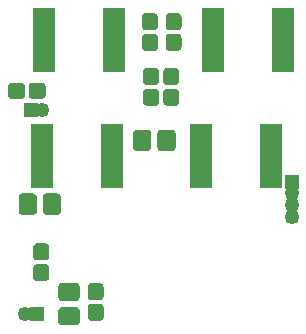
<source format=gbs>
G04 #@! TF.GenerationSoftware,KiCad,Pcbnew,(5.0.0)*
G04 #@! TF.CreationDate,2018-11-26T10:25:21+01:00*
G04 #@! TF.ProjectId,Insole_PCB,496E736F6C655F5043422E6B69636164,rev?*
G04 #@! TF.SameCoordinates,Original*
G04 #@! TF.FileFunction,Soldermask,Bot*
G04 #@! TF.FilePolarity,Negative*
%FSLAX46Y46*%
G04 Gerber Fmt 4.6, Leading zero omitted, Abs format (unit mm)*
G04 Created by KiCad (PCBNEW (5.0.0)) date 11/26/18 10:25:21*
%MOMM*%
%LPD*%
G01*
G04 APERTURE LIST*
%ADD10R,1.900000X0.850000*%
%ADD11C,0.100000*%
%ADD12C,1.350000*%
%ADD13R,1.250000X1.250000*%
%ADD14O,1.250000X1.250000*%
%ADD15C,1.550000*%
G04 APERTURE END LIST*
D10*
G04 #@! TO.C,U2*
X166350000Y-73725000D03*
X166350000Y-74375000D03*
X166350000Y-75025000D03*
X166350000Y-75675000D03*
X166350000Y-76325000D03*
X166350000Y-76975000D03*
X166350000Y-77625000D03*
X166350000Y-78275000D03*
X160450000Y-78275000D03*
X160450000Y-77625000D03*
X160450000Y-76975000D03*
X160450000Y-76325000D03*
X160450000Y-75675000D03*
X160450000Y-75025000D03*
X160450000Y-74375000D03*
X160450000Y-73725000D03*
G04 #@! TD*
G04 #@! TO.C,U4*
X153050000Y-63925000D03*
X153050000Y-64575000D03*
X153050000Y-65225000D03*
X153050000Y-65875000D03*
X153050000Y-66525000D03*
X153050000Y-67175000D03*
X153050000Y-67825000D03*
X153050000Y-68475000D03*
X147150000Y-68475000D03*
X147150000Y-67825000D03*
X147150000Y-67175000D03*
X147150000Y-66525000D03*
X147150000Y-65875000D03*
X147150000Y-65225000D03*
X147150000Y-64575000D03*
X147150000Y-63925000D03*
G04 #@! TD*
G04 #@! TO.C,U3*
X146950000Y-73725000D03*
X146950000Y-74375000D03*
X146950000Y-75025000D03*
X146950000Y-75675000D03*
X146950000Y-76325000D03*
X146950000Y-76975000D03*
X146950000Y-77625000D03*
X146950000Y-78275000D03*
X152850000Y-78275000D03*
X152850000Y-77625000D03*
X152850000Y-76975000D03*
X152850000Y-76325000D03*
X152850000Y-75675000D03*
X152850000Y-75025000D03*
X152850000Y-74375000D03*
X152850000Y-73725000D03*
G04 #@! TD*
D11*
G04 #@! TO.C,C1*
G36*
X147270581Y-85176625D02*
X147303343Y-85181485D01*
X147335471Y-85189533D01*
X147366656Y-85200691D01*
X147396596Y-85214852D01*
X147425005Y-85231879D01*
X147451608Y-85251609D01*
X147476149Y-85273851D01*
X147498391Y-85298392D01*
X147518121Y-85324995D01*
X147535148Y-85353404D01*
X147549309Y-85383344D01*
X147560467Y-85414529D01*
X147568515Y-85446657D01*
X147573375Y-85479419D01*
X147575000Y-85512500D01*
X147575000Y-86287500D01*
X147573375Y-86320581D01*
X147568515Y-86353343D01*
X147560467Y-86385471D01*
X147549309Y-86416656D01*
X147535148Y-86446596D01*
X147518121Y-86475005D01*
X147498391Y-86501608D01*
X147476149Y-86526149D01*
X147451608Y-86548391D01*
X147425005Y-86568121D01*
X147396596Y-86585148D01*
X147366656Y-86599309D01*
X147335471Y-86610467D01*
X147303343Y-86618515D01*
X147270581Y-86623375D01*
X147237500Y-86625000D01*
X146562500Y-86625000D01*
X146529419Y-86623375D01*
X146496657Y-86618515D01*
X146464529Y-86610467D01*
X146433344Y-86599309D01*
X146403404Y-86585148D01*
X146374995Y-86568121D01*
X146348392Y-86548391D01*
X146323851Y-86526149D01*
X146301609Y-86501608D01*
X146281879Y-86475005D01*
X146264852Y-86446596D01*
X146250691Y-86416656D01*
X146239533Y-86385471D01*
X146231485Y-86353343D01*
X146226625Y-86320581D01*
X146225000Y-86287500D01*
X146225000Y-85512500D01*
X146226625Y-85479419D01*
X146231485Y-85446657D01*
X146239533Y-85414529D01*
X146250691Y-85383344D01*
X146264852Y-85353404D01*
X146281879Y-85324995D01*
X146301609Y-85298392D01*
X146323851Y-85273851D01*
X146348392Y-85251609D01*
X146374995Y-85231879D01*
X146403404Y-85214852D01*
X146433344Y-85200691D01*
X146464529Y-85189533D01*
X146496657Y-85181485D01*
X146529419Y-85176625D01*
X146562500Y-85175000D01*
X147237500Y-85175000D01*
X147270581Y-85176625D01*
X147270581Y-85176625D01*
G37*
D12*
X146900000Y-85900000D03*
D11*
G36*
X147270581Y-83426625D02*
X147303343Y-83431485D01*
X147335471Y-83439533D01*
X147366656Y-83450691D01*
X147396596Y-83464852D01*
X147425005Y-83481879D01*
X147451608Y-83501609D01*
X147476149Y-83523851D01*
X147498391Y-83548392D01*
X147518121Y-83574995D01*
X147535148Y-83603404D01*
X147549309Y-83633344D01*
X147560467Y-83664529D01*
X147568515Y-83696657D01*
X147573375Y-83729419D01*
X147575000Y-83762500D01*
X147575000Y-84537500D01*
X147573375Y-84570581D01*
X147568515Y-84603343D01*
X147560467Y-84635471D01*
X147549309Y-84666656D01*
X147535148Y-84696596D01*
X147518121Y-84725005D01*
X147498391Y-84751608D01*
X147476149Y-84776149D01*
X147451608Y-84798391D01*
X147425005Y-84818121D01*
X147396596Y-84835148D01*
X147366656Y-84849309D01*
X147335471Y-84860467D01*
X147303343Y-84868515D01*
X147270581Y-84873375D01*
X147237500Y-84875000D01*
X146562500Y-84875000D01*
X146529419Y-84873375D01*
X146496657Y-84868515D01*
X146464529Y-84860467D01*
X146433344Y-84849309D01*
X146403404Y-84835148D01*
X146374995Y-84818121D01*
X146348392Y-84798391D01*
X146323851Y-84776149D01*
X146301609Y-84751608D01*
X146281879Y-84725005D01*
X146264852Y-84696596D01*
X146250691Y-84666656D01*
X146239533Y-84635471D01*
X146231485Y-84603343D01*
X146226625Y-84570581D01*
X146225000Y-84537500D01*
X146225000Y-83762500D01*
X146226625Y-83729419D01*
X146231485Y-83696657D01*
X146239533Y-83664529D01*
X146250691Y-83633344D01*
X146264852Y-83603404D01*
X146281879Y-83574995D01*
X146301609Y-83548392D01*
X146323851Y-83523851D01*
X146348392Y-83501609D01*
X146374995Y-83481879D01*
X146403404Y-83464852D01*
X146433344Y-83450691D01*
X146464529Y-83439533D01*
X146496657Y-83431485D01*
X146529419Y-83426625D01*
X146562500Y-83425000D01*
X147237500Y-83425000D01*
X147270581Y-83426625D01*
X147270581Y-83426625D01*
G37*
D12*
X146900000Y-84150000D03*
G04 #@! TD*
D10*
G04 #@! TO.C,U1*
X161450000Y-63925000D03*
X161450000Y-64575000D03*
X161450000Y-65225000D03*
X161450000Y-65875000D03*
X161450000Y-66525000D03*
X161450000Y-67175000D03*
X161450000Y-67825000D03*
X161450000Y-68475000D03*
X167350000Y-68475000D03*
X167350000Y-67825000D03*
X167350000Y-67175000D03*
X167350000Y-66525000D03*
X167350000Y-65875000D03*
X167350000Y-65225000D03*
X167350000Y-64575000D03*
X167350000Y-63925000D03*
G04 #@! TD*
D11*
G04 #@! TO.C,C2*
G36*
X145220581Y-69826625D02*
X145253343Y-69831485D01*
X145285471Y-69839533D01*
X145316656Y-69850691D01*
X145346596Y-69864852D01*
X145375005Y-69881879D01*
X145401608Y-69901609D01*
X145426149Y-69923851D01*
X145448391Y-69948392D01*
X145468121Y-69974995D01*
X145485148Y-70003404D01*
X145499309Y-70033344D01*
X145510467Y-70064529D01*
X145518515Y-70096657D01*
X145523375Y-70129419D01*
X145525000Y-70162500D01*
X145525000Y-70837500D01*
X145523375Y-70870581D01*
X145518515Y-70903343D01*
X145510467Y-70935471D01*
X145499309Y-70966656D01*
X145485148Y-70996596D01*
X145468121Y-71025005D01*
X145448391Y-71051608D01*
X145426149Y-71076149D01*
X145401608Y-71098391D01*
X145375005Y-71118121D01*
X145346596Y-71135148D01*
X145316656Y-71149309D01*
X145285471Y-71160467D01*
X145253343Y-71168515D01*
X145220581Y-71173375D01*
X145187500Y-71175000D01*
X144412500Y-71175000D01*
X144379419Y-71173375D01*
X144346657Y-71168515D01*
X144314529Y-71160467D01*
X144283344Y-71149309D01*
X144253404Y-71135148D01*
X144224995Y-71118121D01*
X144198392Y-71098391D01*
X144173851Y-71076149D01*
X144151609Y-71051608D01*
X144131879Y-71025005D01*
X144114852Y-70996596D01*
X144100691Y-70966656D01*
X144089533Y-70935471D01*
X144081485Y-70903343D01*
X144076625Y-70870581D01*
X144075000Y-70837500D01*
X144075000Y-70162500D01*
X144076625Y-70129419D01*
X144081485Y-70096657D01*
X144089533Y-70064529D01*
X144100691Y-70033344D01*
X144114852Y-70003404D01*
X144131879Y-69974995D01*
X144151609Y-69948392D01*
X144173851Y-69923851D01*
X144198392Y-69901609D01*
X144224995Y-69881879D01*
X144253404Y-69864852D01*
X144283344Y-69850691D01*
X144314529Y-69839533D01*
X144346657Y-69831485D01*
X144379419Y-69826625D01*
X144412500Y-69825000D01*
X145187500Y-69825000D01*
X145220581Y-69826625D01*
X145220581Y-69826625D01*
G37*
D12*
X144800000Y-70500000D03*
D11*
G36*
X146970581Y-69826625D02*
X147003343Y-69831485D01*
X147035471Y-69839533D01*
X147066656Y-69850691D01*
X147096596Y-69864852D01*
X147125005Y-69881879D01*
X147151608Y-69901609D01*
X147176149Y-69923851D01*
X147198391Y-69948392D01*
X147218121Y-69974995D01*
X147235148Y-70003404D01*
X147249309Y-70033344D01*
X147260467Y-70064529D01*
X147268515Y-70096657D01*
X147273375Y-70129419D01*
X147275000Y-70162500D01*
X147275000Y-70837500D01*
X147273375Y-70870581D01*
X147268515Y-70903343D01*
X147260467Y-70935471D01*
X147249309Y-70966656D01*
X147235148Y-70996596D01*
X147218121Y-71025005D01*
X147198391Y-71051608D01*
X147176149Y-71076149D01*
X147151608Y-71098391D01*
X147125005Y-71118121D01*
X147096596Y-71135148D01*
X147066656Y-71149309D01*
X147035471Y-71160467D01*
X147003343Y-71168515D01*
X146970581Y-71173375D01*
X146937500Y-71175000D01*
X146162500Y-71175000D01*
X146129419Y-71173375D01*
X146096657Y-71168515D01*
X146064529Y-71160467D01*
X146033344Y-71149309D01*
X146003404Y-71135148D01*
X145974995Y-71118121D01*
X145948392Y-71098391D01*
X145923851Y-71076149D01*
X145901609Y-71051608D01*
X145881879Y-71025005D01*
X145864852Y-70996596D01*
X145850691Y-70966656D01*
X145839533Y-70935471D01*
X145831485Y-70903343D01*
X145826625Y-70870581D01*
X145825000Y-70837500D01*
X145825000Y-70162500D01*
X145826625Y-70129419D01*
X145831485Y-70096657D01*
X145839533Y-70064529D01*
X145850691Y-70033344D01*
X145864852Y-70003404D01*
X145881879Y-69974995D01*
X145901609Y-69948392D01*
X145923851Y-69923851D01*
X145948392Y-69901609D01*
X145974995Y-69881879D01*
X146003404Y-69864852D01*
X146033344Y-69850691D01*
X146064529Y-69839533D01*
X146096657Y-69831485D01*
X146129419Y-69826625D01*
X146162500Y-69825000D01*
X146937500Y-69825000D01*
X146970581Y-69826625D01*
X146970581Y-69826625D01*
G37*
D12*
X146550000Y-70500000D03*
G04 #@! TD*
D11*
G04 #@! TO.C,C4*
G36*
X151870581Y-88526625D02*
X151903343Y-88531485D01*
X151935471Y-88539533D01*
X151966656Y-88550691D01*
X151996596Y-88564852D01*
X152025005Y-88581879D01*
X152051608Y-88601609D01*
X152076149Y-88623851D01*
X152098391Y-88648392D01*
X152118121Y-88674995D01*
X152135148Y-88703404D01*
X152149309Y-88733344D01*
X152160467Y-88764529D01*
X152168515Y-88796657D01*
X152173375Y-88829419D01*
X152175000Y-88862500D01*
X152175000Y-89637500D01*
X152173375Y-89670581D01*
X152168515Y-89703343D01*
X152160467Y-89735471D01*
X152149309Y-89766656D01*
X152135148Y-89796596D01*
X152118121Y-89825005D01*
X152098391Y-89851608D01*
X152076149Y-89876149D01*
X152051608Y-89898391D01*
X152025005Y-89918121D01*
X151996596Y-89935148D01*
X151966656Y-89949309D01*
X151935471Y-89960467D01*
X151903343Y-89968515D01*
X151870581Y-89973375D01*
X151837500Y-89975000D01*
X151162500Y-89975000D01*
X151129419Y-89973375D01*
X151096657Y-89968515D01*
X151064529Y-89960467D01*
X151033344Y-89949309D01*
X151003404Y-89935148D01*
X150974995Y-89918121D01*
X150948392Y-89898391D01*
X150923851Y-89876149D01*
X150901609Y-89851608D01*
X150881879Y-89825005D01*
X150864852Y-89796596D01*
X150850691Y-89766656D01*
X150839533Y-89735471D01*
X150831485Y-89703343D01*
X150826625Y-89670581D01*
X150825000Y-89637500D01*
X150825000Y-88862500D01*
X150826625Y-88829419D01*
X150831485Y-88796657D01*
X150839533Y-88764529D01*
X150850691Y-88733344D01*
X150864852Y-88703404D01*
X150881879Y-88674995D01*
X150901609Y-88648392D01*
X150923851Y-88623851D01*
X150948392Y-88601609D01*
X150974995Y-88581879D01*
X151003404Y-88564852D01*
X151033344Y-88550691D01*
X151064529Y-88539533D01*
X151096657Y-88531485D01*
X151129419Y-88526625D01*
X151162500Y-88525000D01*
X151837500Y-88525000D01*
X151870581Y-88526625D01*
X151870581Y-88526625D01*
G37*
D12*
X151500000Y-89250000D03*
D11*
G36*
X151870581Y-86776625D02*
X151903343Y-86781485D01*
X151935471Y-86789533D01*
X151966656Y-86800691D01*
X151996596Y-86814852D01*
X152025005Y-86831879D01*
X152051608Y-86851609D01*
X152076149Y-86873851D01*
X152098391Y-86898392D01*
X152118121Y-86924995D01*
X152135148Y-86953404D01*
X152149309Y-86983344D01*
X152160467Y-87014529D01*
X152168515Y-87046657D01*
X152173375Y-87079419D01*
X152175000Y-87112500D01*
X152175000Y-87887500D01*
X152173375Y-87920581D01*
X152168515Y-87953343D01*
X152160467Y-87985471D01*
X152149309Y-88016656D01*
X152135148Y-88046596D01*
X152118121Y-88075005D01*
X152098391Y-88101608D01*
X152076149Y-88126149D01*
X152051608Y-88148391D01*
X152025005Y-88168121D01*
X151996596Y-88185148D01*
X151966656Y-88199309D01*
X151935471Y-88210467D01*
X151903343Y-88218515D01*
X151870581Y-88223375D01*
X151837500Y-88225000D01*
X151162500Y-88225000D01*
X151129419Y-88223375D01*
X151096657Y-88218515D01*
X151064529Y-88210467D01*
X151033344Y-88199309D01*
X151003404Y-88185148D01*
X150974995Y-88168121D01*
X150948392Y-88148391D01*
X150923851Y-88126149D01*
X150901609Y-88101608D01*
X150881879Y-88075005D01*
X150864852Y-88046596D01*
X150850691Y-88016656D01*
X150839533Y-87985471D01*
X150831485Y-87953343D01*
X150826625Y-87920581D01*
X150825000Y-87887500D01*
X150825000Y-87112500D01*
X150826625Y-87079419D01*
X150831485Y-87046657D01*
X150839533Y-87014529D01*
X150850691Y-86983344D01*
X150864852Y-86953404D01*
X150881879Y-86924995D01*
X150901609Y-86898392D01*
X150923851Y-86873851D01*
X150948392Y-86851609D01*
X150974995Y-86831879D01*
X151003404Y-86814852D01*
X151033344Y-86800691D01*
X151064529Y-86789533D01*
X151096657Y-86781485D01*
X151129419Y-86776625D01*
X151162500Y-86775000D01*
X151837500Y-86775000D01*
X151870581Y-86776625D01*
X151870581Y-86776625D01*
G37*
D12*
X151500000Y-87500000D03*
G04 #@! TD*
D13*
G04 #@! TO.C,J1*
X146000000Y-72100000D03*
D14*
X147000000Y-72100000D03*
G04 #@! TD*
G04 #@! TO.C,J2*
X145550000Y-89400000D03*
D13*
X146550000Y-89400000D03*
G04 #@! TD*
G04 #@! TO.C,J3*
X168100000Y-78200000D03*
D14*
X168100000Y-79200000D03*
X168100000Y-80200000D03*
X168100000Y-81200000D03*
G04 #@! TD*
D11*
G04 #@! TO.C,L1*
G36*
X146221071Y-79201623D02*
X146253781Y-79206475D01*
X146285857Y-79214509D01*
X146316991Y-79225649D01*
X146346884Y-79239787D01*
X146375247Y-79256787D01*
X146401807Y-79276485D01*
X146426308Y-79298692D01*
X146448515Y-79323193D01*
X146468213Y-79349753D01*
X146485213Y-79378116D01*
X146499351Y-79408009D01*
X146510491Y-79439143D01*
X146518525Y-79471219D01*
X146523377Y-79503929D01*
X146525000Y-79536956D01*
X146525000Y-80663044D01*
X146523377Y-80696071D01*
X146518525Y-80728781D01*
X146510491Y-80760857D01*
X146499351Y-80791991D01*
X146485213Y-80821884D01*
X146468213Y-80850247D01*
X146448515Y-80876807D01*
X146426308Y-80901308D01*
X146401807Y-80923515D01*
X146375247Y-80943213D01*
X146346884Y-80960213D01*
X146316991Y-80974351D01*
X146285857Y-80985491D01*
X146253781Y-80993525D01*
X146221071Y-80998377D01*
X146188044Y-81000000D01*
X145311956Y-81000000D01*
X145278929Y-80998377D01*
X145246219Y-80993525D01*
X145214143Y-80985491D01*
X145183009Y-80974351D01*
X145153116Y-80960213D01*
X145124753Y-80943213D01*
X145098193Y-80923515D01*
X145073692Y-80901308D01*
X145051485Y-80876807D01*
X145031787Y-80850247D01*
X145014787Y-80821884D01*
X145000649Y-80791991D01*
X144989509Y-80760857D01*
X144981475Y-80728781D01*
X144976623Y-80696071D01*
X144975000Y-80663044D01*
X144975000Y-79536956D01*
X144976623Y-79503929D01*
X144981475Y-79471219D01*
X144989509Y-79439143D01*
X145000649Y-79408009D01*
X145014787Y-79378116D01*
X145031787Y-79349753D01*
X145051485Y-79323193D01*
X145073692Y-79298692D01*
X145098193Y-79276485D01*
X145124753Y-79256787D01*
X145153116Y-79239787D01*
X145183009Y-79225649D01*
X145214143Y-79214509D01*
X145246219Y-79206475D01*
X145278929Y-79201623D01*
X145311956Y-79200000D01*
X146188044Y-79200000D01*
X146221071Y-79201623D01*
X146221071Y-79201623D01*
G37*
D15*
X145750000Y-80100000D03*
D11*
G36*
X148271071Y-79201623D02*
X148303781Y-79206475D01*
X148335857Y-79214509D01*
X148366991Y-79225649D01*
X148396884Y-79239787D01*
X148425247Y-79256787D01*
X148451807Y-79276485D01*
X148476308Y-79298692D01*
X148498515Y-79323193D01*
X148518213Y-79349753D01*
X148535213Y-79378116D01*
X148549351Y-79408009D01*
X148560491Y-79439143D01*
X148568525Y-79471219D01*
X148573377Y-79503929D01*
X148575000Y-79536956D01*
X148575000Y-80663044D01*
X148573377Y-80696071D01*
X148568525Y-80728781D01*
X148560491Y-80760857D01*
X148549351Y-80791991D01*
X148535213Y-80821884D01*
X148518213Y-80850247D01*
X148498515Y-80876807D01*
X148476308Y-80901308D01*
X148451807Y-80923515D01*
X148425247Y-80943213D01*
X148396884Y-80960213D01*
X148366991Y-80974351D01*
X148335857Y-80985491D01*
X148303781Y-80993525D01*
X148271071Y-80998377D01*
X148238044Y-81000000D01*
X147361956Y-81000000D01*
X147328929Y-80998377D01*
X147296219Y-80993525D01*
X147264143Y-80985491D01*
X147233009Y-80974351D01*
X147203116Y-80960213D01*
X147174753Y-80943213D01*
X147148193Y-80923515D01*
X147123692Y-80901308D01*
X147101485Y-80876807D01*
X147081787Y-80850247D01*
X147064787Y-80821884D01*
X147050649Y-80791991D01*
X147039509Y-80760857D01*
X147031475Y-80728781D01*
X147026623Y-80696071D01*
X147025000Y-80663044D01*
X147025000Y-79536956D01*
X147026623Y-79503929D01*
X147031475Y-79471219D01*
X147039509Y-79439143D01*
X147050649Y-79408009D01*
X147064787Y-79378116D01*
X147081787Y-79349753D01*
X147101485Y-79323193D01*
X147123692Y-79298692D01*
X147148193Y-79276485D01*
X147174753Y-79256787D01*
X147203116Y-79239787D01*
X147233009Y-79225649D01*
X147264143Y-79214509D01*
X147296219Y-79206475D01*
X147328929Y-79201623D01*
X147361956Y-79200000D01*
X148238044Y-79200000D01*
X148271071Y-79201623D01*
X148271071Y-79201623D01*
G37*
D15*
X147800000Y-80100000D03*
G04 #@! TD*
D11*
G04 #@! TO.C,L2*
G36*
X157971071Y-73801623D02*
X158003781Y-73806475D01*
X158035857Y-73814509D01*
X158066991Y-73825649D01*
X158096884Y-73839787D01*
X158125247Y-73856787D01*
X158151807Y-73876485D01*
X158176308Y-73898692D01*
X158198515Y-73923193D01*
X158218213Y-73949753D01*
X158235213Y-73978116D01*
X158249351Y-74008009D01*
X158260491Y-74039143D01*
X158268525Y-74071219D01*
X158273377Y-74103929D01*
X158275000Y-74136956D01*
X158275000Y-75263044D01*
X158273377Y-75296071D01*
X158268525Y-75328781D01*
X158260491Y-75360857D01*
X158249351Y-75391991D01*
X158235213Y-75421884D01*
X158218213Y-75450247D01*
X158198515Y-75476807D01*
X158176308Y-75501308D01*
X158151807Y-75523515D01*
X158125247Y-75543213D01*
X158096884Y-75560213D01*
X158066991Y-75574351D01*
X158035857Y-75585491D01*
X158003781Y-75593525D01*
X157971071Y-75598377D01*
X157938044Y-75600000D01*
X157061956Y-75600000D01*
X157028929Y-75598377D01*
X156996219Y-75593525D01*
X156964143Y-75585491D01*
X156933009Y-75574351D01*
X156903116Y-75560213D01*
X156874753Y-75543213D01*
X156848193Y-75523515D01*
X156823692Y-75501308D01*
X156801485Y-75476807D01*
X156781787Y-75450247D01*
X156764787Y-75421884D01*
X156750649Y-75391991D01*
X156739509Y-75360857D01*
X156731475Y-75328781D01*
X156726623Y-75296071D01*
X156725000Y-75263044D01*
X156725000Y-74136956D01*
X156726623Y-74103929D01*
X156731475Y-74071219D01*
X156739509Y-74039143D01*
X156750649Y-74008009D01*
X156764787Y-73978116D01*
X156781787Y-73949753D01*
X156801485Y-73923193D01*
X156823692Y-73898692D01*
X156848193Y-73876485D01*
X156874753Y-73856787D01*
X156903116Y-73839787D01*
X156933009Y-73825649D01*
X156964143Y-73814509D01*
X156996219Y-73806475D01*
X157028929Y-73801623D01*
X157061956Y-73800000D01*
X157938044Y-73800000D01*
X157971071Y-73801623D01*
X157971071Y-73801623D01*
G37*
D15*
X157500000Y-74700000D03*
D11*
G36*
X155921071Y-73801623D02*
X155953781Y-73806475D01*
X155985857Y-73814509D01*
X156016991Y-73825649D01*
X156046884Y-73839787D01*
X156075247Y-73856787D01*
X156101807Y-73876485D01*
X156126308Y-73898692D01*
X156148515Y-73923193D01*
X156168213Y-73949753D01*
X156185213Y-73978116D01*
X156199351Y-74008009D01*
X156210491Y-74039143D01*
X156218525Y-74071219D01*
X156223377Y-74103929D01*
X156225000Y-74136956D01*
X156225000Y-75263044D01*
X156223377Y-75296071D01*
X156218525Y-75328781D01*
X156210491Y-75360857D01*
X156199351Y-75391991D01*
X156185213Y-75421884D01*
X156168213Y-75450247D01*
X156148515Y-75476807D01*
X156126308Y-75501308D01*
X156101807Y-75523515D01*
X156075247Y-75543213D01*
X156046884Y-75560213D01*
X156016991Y-75574351D01*
X155985857Y-75585491D01*
X155953781Y-75593525D01*
X155921071Y-75598377D01*
X155888044Y-75600000D01*
X155011956Y-75600000D01*
X154978929Y-75598377D01*
X154946219Y-75593525D01*
X154914143Y-75585491D01*
X154883009Y-75574351D01*
X154853116Y-75560213D01*
X154824753Y-75543213D01*
X154798193Y-75523515D01*
X154773692Y-75501308D01*
X154751485Y-75476807D01*
X154731787Y-75450247D01*
X154714787Y-75421884D01*
X154700649Y-75391991D01*
X154689509Y-75360857D01*
X154681475Y-75328781D01*
X154676623Y-75296071D01*
X154675000Y-75263044D01*
X154675000Y-74136956D01*
X154676623Y-74103929D01*
X154681475Y-74071219D01*
X154689509Y-74039143D01*
X154700649Y-74008009D01*
X154714787Y-73978116D01*
X154731787Y-73949753D01*
X154751485Y-73923193D01*
X154773692Y-73898692D01*
X154798193Y-73876485D01*
X154824753Y-73856787D01*
X154853116Y-73839787D01*
X154883009Y-73825649D01*
X154914143Y-73814509D01*
X154946219Y-73806475D01*
X154978929Y-73801623D01*
X155011956Y-73800000D01*
X155888044Y-73800000D01*
X155921071Y-73801623D01*
X155921071Y-73801623D01*
G37*
D15*
X155450000Y-74700000D03*
G04 #@! TD*
D11*
G04 #@! TO.C,L3*
G36*
X149846071Y-88826623D02*
X149878781Y-88831475D01*
X149910857Y-88839509D01*
X149941991Y-88850649D01*
X149971884Y-88864787D01*
X150000247Y-88881787D01*
X150026807Y-88901485D01*
X150051308Y-88923692D01*
X150073515Y-88948193D01*
X150093213Y-88974753D01*
X150110213Y-89003116D01*
X150124351Y-89033009D01*
X150135491Y-89064143D01*
X150143525Y-89096219D01*
X150148377Y-89128929D01*
X150150000Y-89161956D01*
X150150000Y-90038044D01*
X150148377Y-90071071D01*
X150143525Y-90103781D01*
X150135491Y-90135857D01*
X150124351Y-90166991D01*
X150110213Y-90196884D01*
X150093213Y-90225247D01*
X150073515Y-90251807D01*
X150051308Y-90276308D01*
X150026807Y-90298515D01*
X150000247Y-90318213D01*
X149971884Y-90335213D01*
X149941991Y-90349351D01*
X149910857Y-90360491D01*
X149878781Y-90368525D01*
X149846071Y-90373377D01*
X149813044Y-90375000D01*
X148686956Y-90375000D01*
X148653929Y-90373377D01*
X148621219Y-90368525D01*
X148589143Y-90360491D01*
X148558009Y-90349351D01*
X148528116Y-90335213D01*
X148499753Y-90318213D01*
X148473193Y-90298515D01*
X148448692Y-90276308D01*
X148426485Y-90251807D01*
X148406787Y-90225247D01*
X148389787Y-90196884D01*
X148375649Y-90166991D01*
X148364509Y-90135857D01*
X148356475Y-90103781D01*
X148351623Y-90071071D01*
X148350000Y-90038044D01*
X148350000Y-89161956D01*
X148351623Y-89128929D01*
X148356475Y-89096219D01*
X148364509Y-89064143D01*
X148375649Y-89033009D01*
X148389787Y-89003116D01*
X148406787Y-88974753D01*
X148426485Y-88948193D01*
X148448692Y-88923692D01*
X148473193Y-88901485D01*
X148499753Y-88881787D01*
X148528116Y-88864787D01*
X148558009Y-88850649D01*
X148589143Y-88839509D01*
X148621219Y-88831475D01*
X148653929Y-88826623D01*
X148686956Y-88825000D01*
X149813044Y-88825000D01*
X149846071Y-88826623D01*
X149846071Y-88826623D01*
G37*
D15*
X149250000Y-89600000D03*
D11*
G36*
X149846071Y-86776623D02*
X149878781Y-86781475D01*
X149910857Y-86789509D01*
X149941991Y-86800649D01*
X149971884Y-86814787D01*
X150000247Y-86831787D01*
X150026807Y-86851485D01*
X150051308Y-86873692D01*
X150073515Y-86898193D01*
X150093213Y-86924753D01*
X150110213Y-86953116D01*
X150124351Y-86983009D01*
X150135491Y-87014143D01*
X150143525Y-87046219D01*
X150148377Y-87078929D01*
X150150000Y-87111956D01*
X150150000Y-87988044D01*
X150148377Y-88021071D01*
X150143525Y-88053781D01*
X150135491Y-88085857D01*
X150124351Y-88116991D01*
X150110213Y-88146884D01*
X150093213Y-88175247D01*
X150073515Y-88201807D01*
X150051308Y-88226308D01*
X150026807Y-88248515D01*
X150000247Y-88268213D01*
X149971884Y-88285213D01*
X149941991Y-88299351D01*
X149910857Y-88310491D01*
X149878781Y-88318525D01*
X149846071Y-88323377D01*
X149813044Y-88325000D01*
X148686956Y-88325000D01*
X148653929Y-88323377D01*
X148621219Y-88318525D01*
X148589143Y-88310491D01*
X148558009Y-88299351D01*
X148528116Y-88285213D01*
X148499753Y-88268213D01*
X148473193Y-88248515D01*
X148448692Y-88226308D01*
X148426485Y-88201807D01*
X148406787Y-88175247D01*
X148389787Y-88146884D01*
X148375649Y-88116991D01*
X148364509Y-88085857D01*
X148356475Y-88053781D01*
X148351623Y-88021071D01*
X148350000Y-87988044D01*
X148350000Y-87111956D01*
X148351623Y-87078929D01*
X148356475Y-87046219D01*
X148364509Y-87014143D01*
X148375649Y-86983009D01*
X148389787Y-86953116D01*
X148406787Y-86924753D01*
X148426485Y-86898193D01*
X148448692Y-86873692D01*
X148473193Y-86851485D01*
X148499753Y-86831787D01*
X148528116Y-86814787D01*
X148558009Y-86800649D01*
X148589143Y-86789509D01*
X148621219Y-86781475D01*
X148653929Y-86776623D01*
X148686956Y-86775000D01*
X149813044Y-86775000D01*
X149846071Y-86776623D01*
X149846071Y-86776623D01*
G37*
D15*
X149250000Y-87550000D03*
G04 #@! TD*
D11*
G04 #@! TO.C,R4*
G36*
X156470581Y-63926625D02*
X156503343Y-63931485D01*
X156535471Y-63939533D01*
X156566656Y-63950691D01*
X156596596Y-63964852D01*
X156625005Y-63981879D01*
X156651608Y-64001609D01*
X156676149Y-64023851D01*
X156698391Y-64048392D01*
X156718121Y-64074995D01*
X156735148Y-64103404D01*
X156749309Y-64133344D01*
X156760467Y-64164529D01*
X156768515Y-64196657D01*
X156773375Y-64229419D01*
X156775000Y-64262500D01*
X156775000Y-65037500D01*
X156773375Y-65070581D01*
X156768515Y-65103343D01*
X156760467Y-65135471D01*
X156749309Y-65166656D01*
X156735148Y-65196596D01*
X156718121Y-65225005D01*
X156698391Y-65251608D01*
X156676149Y-65276149D01*
X156651608Y-65298391D01*
X156625005Y-65318121D01*
X156596596Y-65335148D01*
X156566656Y-65349309D01*
X156535471Y-65360467D01*
X156503343Y-65368515D01*
X156470581Y-65373375D01*
X156437500Y-65375000D01*
X155762500Y-65375000D01*
X155729419Y-65373375D01*
X155696657Y-65368515D01*
X155664529Y-65360467D01*
X155633344Y-65349309D01*
X155603404Y-65335148D01*
X155574995Y-65318121D01*
X155548392Y-65298391D01*
X155523851Y-65276149D01*
X155501609Y-65251608D01*
X155481879Y-65225005D01*
X155464852Y-65196596D01*
X155450691Y-65166656D01*
X155439533Y-65135471D01*
X155431485Y-65103343D01*
X155426625Y-65070581D01*
X155425000Y-65037500D01*
X155425000Y-64262500D01*
X155426625Y-64229419D01*
X155431485Y-64196657D01*
X155439533Y-64164529D01*
X155450691Y-64133344D01*
X155464852Y-64103404D01*
X155481879Y-64074995D01*
X155501609Y-64048392D01*
X155523851Y-64023851D01*
X155548392Y-64001609D01*
X155574995Y-63981879D01*
X155603404Y-63964852D01*
X155633344Y-63950691D01*
X155664529Y-63939533D01*
X155696657Y-63931485D01*
X155729419Y-63926625D01*
X155762500Y-63925000D01*
X156437500Y-63925000D01*
X156470581Y-63926625D01*
X156470581Y-63926625D01*
G37*
D12*
X156100000Y-64650000D03*
D11*
G36*
X156470581Y-65676625D02*
X156503343Y-65681485D01*
X156535471Y-65689533D01*
X156566656Y-65700691D01*
X156596596Y-65714852D01*
X156625005Y-65731879D01*
X156651608Y-65751609D01*
X156676149Y-65773851D01*
X156698391Y-65798392D01*
X156718121Y-65824995D01*
X156735148Y-65853404D01*
X156749309Y-65883344D01*
X156760467Y-65914529D01*
X156768515Y-65946657D01*
X156773375Y-65979419D01*
X156775000Y-66012500D01*
X156775000Y-66787500D01*
X156773375Y-66820581D01*
X156768515Y-66853343D01*
X156760467Y-66885471D01*
X156749309Y-66916656D01*
X156735148Y-66946596D01*
X156718121Y-66975005D01*
X156698391Y-67001608D01*
X156676149Y-67026149D01*
X156651608Y-67048391D01*
X156625005Y-67068121D01*
X156596596Y-67085148D01*
X156566656Y-67099309D01*
X156535471Y-67110467D01*
X156503343Y-67118515D01*
X156470581Y-67123375D01*
X156437500Y-67125000D01*
X155762500Y-67125000D01*
X155729419Y-67123375D01*
X155696657Y-67118515D01*
X155664529Y-67110467D01*
X155633344Y-67099309D01*
X155603404Y-67085148D01*
X155574995Y-67068121D01*
X155548392Y-67048391D01*
X155523851Y-67026149D01*
X155501609Y-67001608D01*
X155481879Y-66975005D01*
X155464852Y-66946596D01*
X155450691Y-66916656D01*
X155439533Y-66885471D01*
X155431485Y-66853343D01*
X155426625Y-66820581D01*
X155425000Y-66787500D01*
X155425000Y-66012500D01*
X155426625Y-65979419D01*
X155431485Y-65946657D01*
X155439533Y-65914529D01*
X155450691Y-65883344D01*
X155464852Y-65853404D01*
X155481879Y-65824995D01*
X155501609Y-65798392D01*
X155523851Y-65773851D01*
X155548392Y-65751609D01*
X155574995Y-65731879D01*
X155603404Y-65714852D01*
X155633344Y-65700691D01*
X155664529Y-65689533D01*
X155696657Y-65681485D01*
X155729419Y-65676625D01*
X155762500Y-65675000D01*
X156437500Y-65675000D01*
X156470581Y-65676625D01*
X156470581Y-65676625D01*
G37*
D12*
X156100000Y-66400000D03*
G04 #@! TD*
D11*
G04 #@! TO.C,R5*
G36*
X156570581Y-68576625D02*
X156603343Y-68581485D01*
X156635471Y-68589533D01*
X156666656Y-68600691D01*
X156696596Y-68614852D01*
X156725005Y-68631879D01*
X156751608Y-68651609D01*
X156776149Y-68673851D01*
X156798391Y-68698392D01*
X156818121Y-68724995D01*
X156835148Y-68753404D01*
X156849309Y-68783344D01*
X156860467Y-68814529D01*
X156868515Y-68846657D01*
X156873375Y-68879419D01*
X156875000Y-68912500D01*
X156875000Y-69687500D01*
X156873375Y-69720581D01*
X156868515Y-69753343D01*
X156860467Y-69785471D01*
X156849309Y-69816656D01*
X156835148Y-69846596D01*
X156818121Y-69875005D01*
X156798391Y-69901608D01*
X156776149Y-69926149D01*
X156751608Y-69948391D01*
X156725005Y-69968121D01*
X156696596Y-69985148D01*
X156666656Y-69999309D01*
X156635471Y-70010467D01*
X156603343Y-70018515D01*
X156570581Y-70023375D01*
X156537500Y-70025000D01*
X155862500Y-70025000D01*
X155829419Y-70023375D01*
X155796657Y-70018515D01*
X155764529Y-70010467D01*
X155733344Y-69999309D01*
X155703404Y-69985148D01*
X155674995Y-69968121D01*
X155648392Y-69948391D01*
X155623851Y-69926149D01*
X155601609Y-69901608D01*
X155581879Y-69875005D01*
X155564852Y-69846596D01*
X155550691Y-69816656D01*
X155539533Y-69785471D01*
X155531485Y-69753343D01*
X155526625Y-69720581D01*
X155525000Y-69687500D01*
X155525000Y-68912500D01*
X155526625Y-68879419D01*
X155531485Y-68846657D01*
X155539533Y-68814529D01*
X155550691Y-68783344D01*
X155564852Y-68753404D01*
X155581879Y-68724995D01*
X155601609Y-68698392D01*
X155623851Y-68673851D01*
X155648392Y-68651609D01*
X155674995Y-68631879D01*
X155703404Y-68614852D01*
X155733344Y-68600691D01*
X155764529Y-68589533D01*
X155796657Y-68581485D01*
X155829419Y-68576625D01*
X155862500Y-68575000D01*
X156537500Y-68575000D01*
X156570581Y-68576625D01*
X156570581Y-68576625D01*
G37*
D12*
X156200000Y-69300000D03*
D11*
G36*
X156570581Y-70326625D02*
X156603343Y-70331485D01*
X156635471Y-70339533D01*
X156666656Y-70350691D01*
X156696596Y-70364852D01*
X156725005Y-70381879D01*
X156751608Y-70401609D01*
X156776149Y-70423851D01*
X156798391Y-70448392D01*
X156818121Y-70474995D01*
X156835148Y-70503404D01*
X156849309Y-70533344D01*
X156860467Y-70564529D01*
X156868515Y-70596657D01*
X156873375Y-70629419D01*
X156875000Y-70662500D01*
X156875000Y-71437500D01*
X156873375Y-71470581D01*
X156868515Y-71503343D01*
X156860467Y-71535471D01*
X156849309Y-71566656D01*
X156835148Y-71596596D01*
X156818121Y-71625005D01*
X156798391Y-71651608D01*
X156776149Y-71676149D01*
X156751608Y-71698391D01*
X156725005Y-71718121D01*
X156696596Y-71735148D01*
X156666656Y-71749309D01*
X156635471Y-71760467D01*
X156603343Y-71768515D01*
X156570581Y-71773375D01*
X156537500Y-71775000D01*
X155862500Y-71775000D01*
X155829419Y-71773375D01*
X155796657Y-71768515D01*
X155764529Y-71760467D01*
X155733344Y-71749309D01*
X155703404Y-71735148D01*
X155674995Y-71718121D01*
X155648392Y-71698391D01*
X155623851Y-71676149D01*
X155601609Y-71651608D01*
X155581879Y-71625005D01*
X155564852Y-71596596D01*
X155550691Y-71566656D01*
X155539533Y-71535471D01*
X155531485Y-71503343D01*
X155526625Y-71470581D01*
X155525000Y-71437500D01*
X155525000Y-70662500D01*
X155526625Y-70629419D01*
X155531485Y-70596657D01*
X155539533Y-70564529D01*
X155550691Y-70533344D01*
X155564852Y-70503404D01*
X155581879Y-70474995D01*
X155601609Y-70448392D01*
X155623851Y-70423851D01*
X155648392Y-70401609D01*
X155674995Y-70381879D01*
X155703404Y-70364852D01*
X155733344Y-70350691D01*
X155764529Y-70339533D01*
X155796657Y-70331485D01*
X155829419Y-70326625D01*
X155862500Y-70325000D01*
X156537500Y-70325000D01*
X156570581Y-70326625D01*
X156570581Y-70326625D01*
G37*
D12*
X156200000Y-71050000D03*
G04 #@! TD*
D11*
G04 #@! TO.C,R6*
G36*
X158270581Y-68576625D02*
X158303343Y-68581485D01*
X158335471Y-68589533D01*
X158366656Y-68600691D01*
X158396596Y-68614852D01*
X158425005Y-68631879D01*
X158451608Y-68651609D01*
X158476149Y-68673851D01*
X158498391Y-68698392D01*
X158518121Y-68724995D01*
X158535148Y-68753404D01*
X158549309Y-68783344D01*
X158560467Y-68814529D01*
X158568515Y-68846657D01*
X158573375Y-68879419D01*
X158575000Y-68912500D01*
X158575000Y-69687500D01*
X158573375Y-69720581D01*
X158568515Y-69753343D01*
X158560467Y-69785471D01*
X158549309Y-69816656D01*
X158535148Y-69846596D01*
X158518121Y-69875005D01*
X158498391Y-69901608D01*
X158476149Y-69926149D01*
X158451608Y-69948391D01*
X158425005Y-69968121D01*
X158396596Y-69985148D01*
X158366656Y-69999309D01*
X158335471Y-70010467D01*
X158303343Y-70018515D01*
X158270581Y-70023375D01*
X158237500Y-70025000D01*
X157562500Y-70025000D01*
X157529419Y-70023375D01*
X157496657Y-70018515D01*
X157464529Y-70010467D01*
X157433344Y-69999309D01*
X157403404Y-69985148D01*
X157374995Y-69968121D01*
X157348392Y-69948391D01*
X157323851Y-69926149D01*
X157301609Y-69901608D01*
X157281879Y-69875005D01*
X157264852Y-69846596D01*
X157250691Y-69816656D01*
X157239533Y-69785471D01*
X157231485Y-69753343D01*
X157226625Y-69720581D01*
X157225000Y-69687500D01*
X157225000Y-68912500D01*
X157226625Y-68879419D01*
X157231485Y-68846657D01*
X157239533Y-68814529D01*
X157250691Y-68783344D01*
X157264852Y-68753404D01*
X157281879Y-68724995D01*
X157301609Y-68698392D01*
X157323851Y-68673851D01*
X157348392Y-68651609D01*
X157374995Y-68631879D01*
X157403404Y-68614852D01*
X157433344Y-68600691D01*
X157464529Y-68589533D01*
X157496657Y-68581485D01*
X157529419Y-68576625D01*
X157562500Y-68575000D01*
X158237500Y-68575000D01*
X158270581Y-68576625D01*
X158270581Y-68576625D01*
G37*
D12*
X157900000Y-69300000D03*
D11*
G36*
X158270581Y-70326625D02*
X158303343Y-70331485D01*
X158335471Y-70339533D01*
X158366656Y-70350691D01*
X158396596Y-70364852D01*
X158425005Y-70381879D01*
X158451608Y-70401609D01*
X158476149Y-70423851D01*
X158498391Y-70448392D01*
X158518121Y-70474995D01*
X158535148Y-70503404D01*
X158549309Y-70533344D01*
X158560467Y-70564529D01*
X158568515Y-70596657D01*
X158573375Y-70629419D01*
X158575000Y-70662500D01*
X158575000Y-71437500D01*
X158573375Y-71470581D01*
X158568515Y-71503343D01*
X158560467Y-71535471D01*
X158549309Y-71566656D01*
X158535148Y-71596596D01*
X158518121Y-71625005D01*
X158498391Y-71651608D01*
X158476149Y-71676149D01*
X158451608Y-71698391D01*
X158425005Y-71718121D01*
X158396596Y-71735148D01*
X158366656Y-71749309D01*
X158335471Y-71760467D01*
X158303343Y-71768515D01*
X158270581Y-71773375D01*
X158237500Y-71775000D01*
X157562500Y-71775000D01*
X157529419Y-71773375D01*
X157496657Y-71768515D01*
X157464529Y-71760467D01*
X157433344Y-71749309D01*
X157403404Y-71735148D01*
X157374995Y-71718121D01*
X157348392Y-71698391D01*
X157323851Y-71676149D01*
X157301609Y-71651608D01*
X157281879Y-71625005D01*
X157264852Y-71596596D01*
X157250691Y-71566656D01*
X157239533Y-71535471D01*
X157231485Y-71503343D01*
X157226625Y-71470581D01*
X157225000Y-71437500D01*
X157225000Y-70662500D01*
X157226625Y-70629419D01*
X157231485Y-70596657D01*
X157239533Y-70564529D01*
X157250691Y-70533344D01*
X157264852Y-70503404D01*
X157281879Y-70474995D01*
X157301609Y-70448392D01*
X157323851Y-70423851D01*
X157348392Y-70401609D01*
X157374995Y-70381879D01*
X157403404Y-70364852D01*
X157433344Y-70350691D01*
X157464529Y-70339533D01*
X157496657Y-70331485D01*
X157529419Y-70326625D01*
X157562500Y-70325000D01*
X158237500Y-70325000D01*
X158270581Y-70326625D01*
X158270581Y-70326625D01*
G37*
D12*
X157900000Y-71050000D03*
G04 #@! TD*
D11*
G04 #@! TO.C,R7*
G36*
X158470581Y-63926625D02*
X158503343Y-63931485D01*
X158535471Y-63939533D01*
X158566656Y-63950691D01*
X158596596Y-63964852D01*
X158625005Y-63981879D01*
X158651608Y-64001609D01*
X158676149Y-64023851D01*
X158698391Y-64048392D01*
X158718121Y-64074995D01*
X158735148Y-64103404D01*
X158749309Y-64133344D01*
X158760467Y-64164529D01*
X158768515Y-64196657D01*
X158773375Y-64229419D01*
X158775000Y-64262500D01*
X158775000Y-65037500D01*
X158773375Y-65070581D01*
X158768515Y-65103343D01*
X158760467Y-65135471D01*
X158749309Y-65166656D01*
X158735148Y-65196596D01*
X158718121Y-65225005D01*
X158698391Y-65251608D01*
X158676149Y-65276149D01*
X158651608Y-65298391D01*
X158625005Y-65318121D01*
X158596596Y-65335148D01*
X158566656Y-65349309D01*
X158535471Y-65360467D01*
X158503343Y-65368515D01*
X158470581Y-65373375D01*
X158437500Y-65375000D01*
X157762500Y-65375000D01*
X157729419Y-65373375D01*
X157696657Y-65368515D01*
X157664529Y-65360467D01*
X157633344Y-65349309D01*
X157603404Y-65335148D01*
X157574995Y-65318121D01*
X157548392Y-65298391D01*
X157523851Y-65276149D01*
X157501609Y-65251608D01*
X157481879Y-65225005D01*
X157464852Y-65196596D01*
X157450691Y-65166656D01*
X157439533Y-65135471D01*
X157431485Y-65103343D01*
X157426625Y-65070581D01*
X157425000Y-65037500D01*
X157425000Y-64262500D01*
X157426625Y-64229419D01*
X157431485Y-64196657D01*
X157439533Y-64164529D01*
X157450691Y-64133344D01*
X157464852Y-64103404D01*
X157481879Y-64074995D01*
X157501609Y-64048392D01*
X157523851Y-64023851D01*
X157548392Y-64001609D01*
X157574995Y-63981879D01*
X157603404Y-63964852D01*
X157633344Y-63950691D01*
X157664529Y-63939533D01*
X157696657Y-63931485D01*
X157729419Y-63926625D01*
X157762500Y-63925000D01*
X158437500Y-63925000D01*
X158470581Y-63926625D01*
X158470581Y-63926625D01*
G37*
D12*
X158100000Y-64650000D03*
D11*
G36*
X158470581Y-65676625D02*
X158503343Y-65681485D01*
X158535471Y-65689533D01*
X158566656Y-65700691D01*
X158596596Y-65714852D01*
X158625005Y-65731879D01*
X158651608Y-65751609D01*
X158676149Y-65773851D01*
X158698391Y-65798392D01*
X158718121Y-65824995D01*
X158735148Y-65853404D01*
X158749309Y-65883344D01*
X158760467Y-65914529D01*
X158768515Y-65946657D01*
X158773375Y-65979419D01*
X158775000Y-66012500D01*
X158775000Y-66787500D01*
X158773375Y-66820581D01*
X158768515Y-66853343D01*
X158760467Y-66885471D01*
X158749309Y-66916656D01*
X158735148Y-66946596D01*
X158718121Y-66975005D01*
X158698391Y-67001608D01*
X158676149Y-67026149D01*
X158651608Y-67048391D01*
X158625005Y-67068121D01*
X158596596Y-67085148D01*
X158566656Y-67099309D01*
X158535471Y-67110467D01*
X158503343Y-67118515D01*
X158470581Y-67123375D01*
X158437500Y-67125000D01*
X157762500Y-67125000D01*
X157729419Y-67123375D01*
X157696657Y-67118515D01*
X157664529Y-67110467D01*
X157633344Y-67099309D01*
X157603404Y-67085148D01*
X157574995Y-67068121D01*
X157548392Y-67048391D01*
X157523851Y-67026149D01*
X157501609Y-67001608D01*
X157481879Y-66975005D01*
X157464852Y-66946596D01*
X157450691Y-66916656D01*
X157439533Y-66885471D01*
X157431485Y-66853343D01*
X157426625Y-66820581D01*
X157425000Y-66787500D01*
X157425000Y-66012500D01*
X157426625Y-65979419D01*
X157431485Y-65946657D01*
X157439533Y-65914529D01*
X157450691Y-65883344D01*
X157464852Y-65853404D01*
X157481879Y-65824995D01*
X157501609Y-65798392D01*
X157523851Y-65773851D01*
X157548392Y-65751609D01*
X157574995Y-65731879D01*
X157603404Y-65714852D01*
X157633344Y-65700691D01*
X157664529Y-65689533D01*
X157696657Y-65681485D01*
X157729419Y-65676625D01*
X157762500Y-65675000D01*
X158437500Y-65675000D01*
X158470581Y-65676625D01*
X158470581Y-65676625D01*
G37*
D12*
X158100000Y-66400000D03*
G04 #@! TD*
M02*

</source>
